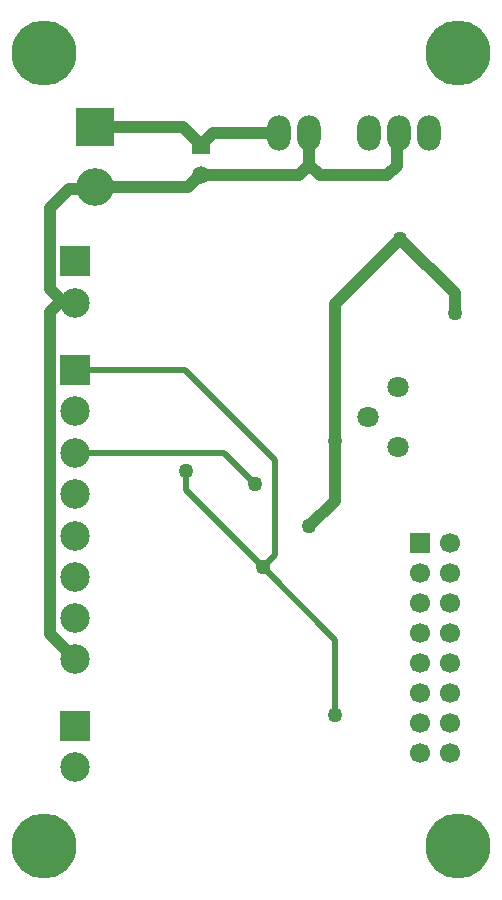
<source format=gbr>
%FSTAX23Y23*%
%MOIN*%
%SFA1B1*%

%IPPOS*%
%ADD16C,0.020000*%
%ADD17C,0.039370*%
%ADD18C,0.216535*%
%ADD19C,0.098425*%
%ADD20R,0.098425X0.098425*%
%ADD21O,0.078740X0.118110*%
%ADD22C,0.059055*%
%ADD23R,0.059055X0.059055*%
%ADD24C,0.125984*%
%ADD25R,0.125984X0.125984*%
%ADD26C,0.070866*%
%ADD27R,0.066929X0.066929*%
%ADD28C,0.066929*%
%ADD29C,0.050000*%
%LN+-10v_stepdir_colorlight_copper_signal_bot-1*%
%LPD*%
G54D16*
X01107Y00554D02*
Y00806D01*
X00865Y01049D02*
X01107Y00806D01*
X00865Y01049D02*
X00905Y01089D01*
Y01404*
X00604Y01705D02*
X00905Y01404D01*
X0024Y01705D02*
X00604D01*
X0061Y01304D02*
Y01369D01*
Y01304D02*
X00865Y01049D01*
X0024Y01429D02*
X00735D01*
X0084Y01324*
X00655Y02354D02*
X0066D01*
G54D17*
X00155Y01899D02*
X00185Y01929D01*
X0024*
X00155Y00825D02*
Y01899D01*
Y01974D02*
X00188Y0194D01*
X00155Y02244D02*
X00218Y02307D01*
X00155Y01974D02*
Y02244D01*
X00218Y02307D02*
X00298D01*
X00305Y02314*
X00615*
X01312Y02386D02*
Y02486D01*
X0128Y02354D02*
X01312Y02386D01*
X01055Y02354D02*
X0128D01*
X0102Y02389D02*
X01055Y02354D01*
X0102Y02389D02*
Y02494D01*
X01312Y02486D02*
X0132Y02494D01*
X00985Y02354D02*
X0102Y02389D01*
X01105Y01924D02*
X01323Y02143D01*
X01105Y01469D02*
Y01924D01*
Y01269D02*
Y01469D01*
X0102Y01184D02*
X01105Y01269D01*
X00615Y02314D02*
X00655Y02354D01*
X00305Y02514D02*
X006D01*
X0066Y02454*
X00155Y00825D02*
X0024Y0074D01*
X01323Y02143D02*
X01505Y01961D01*
Y01894D02*
Y01961D01*
X0066Y02354D02*
X00985D01*
X007Y02494D02*
X0092D01*
X0066Y02454D02*
X007Y02494D01*
G54D18*
X01515Y00118D03*
X00137D03*
X01515Y0276D03*
X00137D03*
G54D19*
X0024Y0074D03*
Y00878D03*
Y01016D03*
Y01153D03*
Y01291D03*
Y01429D03*
Y01567D03*
Y01929D03*
Y00381D03*
G54D20*
X0024Y01705D03*
Y02067D03*
Y00519D03*
G54D21*
X0132Y02494D03*
X0142D03*
X0122D03*
X0102D03*
X0092D03*
G54D22*
X0066Y02354D03*
G54D23*
X0066Y02454D03*
G54D24*
X00305Y02314D03*
G54D25*
X00305Y02514D03*
G54D26*
X01315Y01449D03*
X01215Y01549D03*
X01315Y01649D03*
G54D27*
X0139Y01129D03*
G54D28*
X0149Y01129D03*
X0139Y01029D03*
X0149D03*
X0139Y00929D03*
X0149D03*
X0139Y00829D03*
X0149D03*
X0139Y00729D03*
X0149D03*
X0139Y00629D03*
X0149D03*
X0139Y00529D03*
X0149D03*
X0139Y00429D03*
X0149D03*
G54D29*
X0102Y01184D03*
X01105Y01469D03*
X01107Y00554D03*
X00865Y01049D03*
X0061Y01369D03*
X01505Y01894D03*
X01323Y02143D03*
X0084Y01324D03*
M02*
</source>
